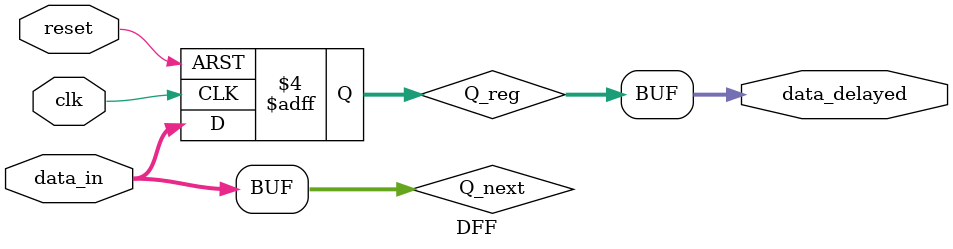
<source format=v>
`timescale 1ns / 1ps

module DFF#(parameter N = 16)(    
    input clk, reset,
    input [N-1:0] data_in,
    output [N-1:0] data_delayed
);

    reg [N-1:0] Q_reg, Q_next;
    
    // Asynchronous reset
    always @(posedge clk, negedge reset) 
    begin
        if (!reset)
            Q_reg <= 1'b0;
        else
            Q_reg <= Q_next;
    end
    
    // Next state logic
    always @(data_in, Q_reg)
    begin
//        Q_next = Q_reg;
//        if(!clear_n)
//            Q_next = 1'b0;
//        else
        Q_next = data_in;
    end

    // Output logic
    assign data_delayed = Q_reg;
endmodule

</source>
